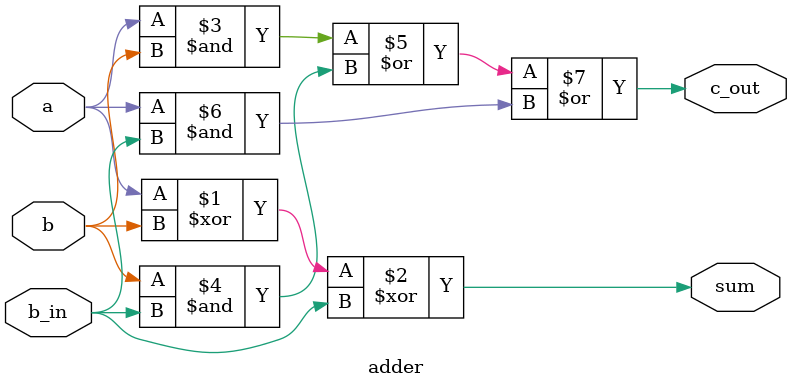
<source format=v>
`timescale 1ns / 1ps

module adder(
        input a, 
        input b, 
        input b_in, 
        output sum, 
        output c_out
    );
    
    assign sum = a ^ b ^ b_in; 
    assign c_out = (a & b) | (b & b_in) | (a & b_in); 
    
endmodule

</source>
